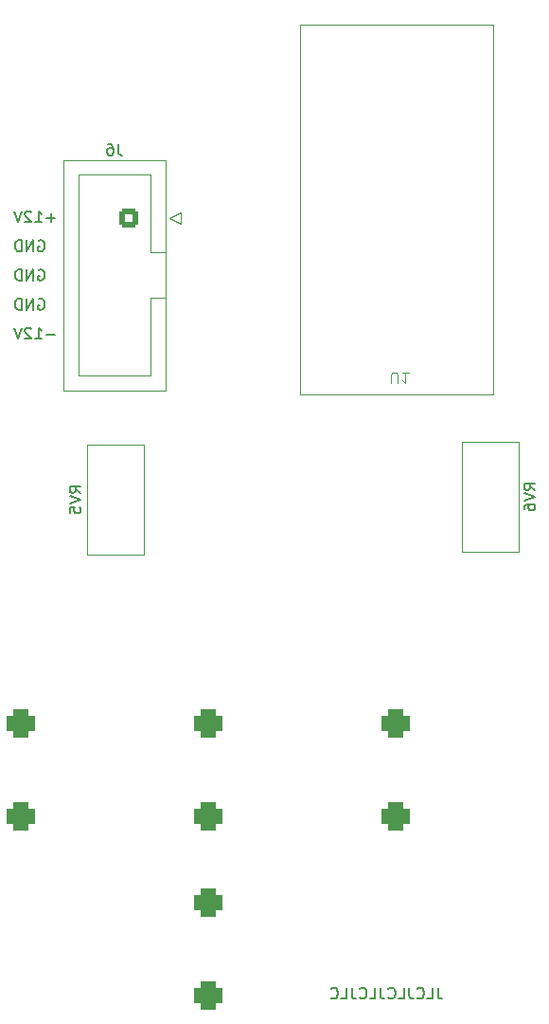
<source format=gbo>
G04 #@! TF.GenerationSoftware,KiCad,Pcbnew,7.0.7*
G04 #@! TF.CreationDate,2025-11-01T14:17:37+08:00*
G04 #@! TF.ProjectId,2164_VCA,32313634-5f56-4434-912e-6b696361645f,rev?*
G04 #@! TF.SameCoordinates,Original*
G04 #@! TF.FileFunction,Legend,Bot*
G04 #@! TF.FilePolarity,Positive*
%FSLAX46Y46*%
G04 Gerber Fmt 4.6, Leading zero omitted, Abs format (unit mm)*
G04 Created by KiCad (PCBNEW 7.0.7) date 2025-11-01 14:17:37*
%MOMM*%
%LPD*%
G01*
G04 APERTURE LIST*
G04 Aperture macros list*
%AMRoundRect*
0 Rectangle with rounded corners*
0 $1 Rounding radius*
0 $2 $3 $4 $5 $6 $7 $8 $9 X,Y pos of 4 corners*
0 Add a 4 corners polygon primitive as box body*
4,1,4,$2,$3,$4,$5,$6,$7,$8,$9,$2,$3,0*
0 Add four circle primitives for the rounded corners*
1,1,$1+$1,$2,$3*
1,1,$1+$1,$4,$5*
1,1,$1+$1,$6,$7*
1,1,$1+$1,$8,$9*
0 Add four rect primitives between the rounded corners*
20,1,$1+$1,$2,$3,$4,$5,0*
20,1,$1+$1,$4,$5,$6,$7,0*
20,1,$1+$1,$6,$7,$8,$9,0*
20,1,$1+$1,$8,$9,$2,$3,0*%
G04 Aperture macros list end*
%ADD10C,0.150000*%
%ADD11C,0.100000*%
%ADD12C,0.120000*%
%ADD13C,3.200000*%
%ADD14R,1.750000X1.750000*%
%ADD15C,1.750000*%
%ADD16C,2.700000*%
%ADD17O,3.100000X2.300000*%
%ADD18RoundRect,0.650000X-0.650000X-0.650000X0.650000X-0.650000X0.650000X0.650000X-0.650000X0.650000X0*%
%ADD19R,1.800000X1.800000*%
%ADD20C,1.800000*%
%ADD21C,1.440000*%
%ADD22R,1.700000X1.700000*%
%ADD23C,1.700000*%
%ADD24RoundRect,0.250000X0.600000X0.600000X-0.600000X0.600000X-0.600000X-0.600000X0.600000X-0.600000X0*%
G04 APERTURE END LIST*
D10*
X76419030Y-85213938D02*
X76514268Y-85166319D01*
X76514268Y-85166319D02*
X76657125Y-85166319D01*
X76657125Y-85166319D02*
X76799982Y-85213938D01*
X76799982Y-85213938D02*
X76895220Y-85309176D01*
X76895220Y-85309176D02*
X76942839Y-85404414D01*
X76942839Y-85404414D02*
X76990458Y-85594890D01*
X76990458Y-85594890D02*
X76990458Y-85737747D01*
X76990458Y-85737747D02*
X76942839Y-85928223D01*
X76942839Y-85928223D02*
X76895220Y-86023461D01*
X76895220Y-86023461D02*
X76799982Y-86118700D01*
X76799982Y-86118700D02*
X76657125Y-86166319D01*
X76657125Y-86166319D02*
X76561887Y-86166319D01*
X76561887Y-86166319D02*
X76419030Y-86118700D01*
X76419030Y-86118700D02*
X76371411Y-86071080D01*
X76371411Y-86071080D02*
X76371411Y-85737747D01*
X76371411Y-85737747D02*
X76561887Y-85737747D01*
X75942839Y-86166319D02*
X75942839Y-85166319D01*
X75942839Y-85166319D02*
X75371411Y-86166319D01*
X75371411Y-86166319D02*
X75371411Y-85166319D01*
X74895220Y-86166319D02*
X74895220Y-85166319D01*
X74895220Y-85166319D02*
X74657125Y-85166319D01*
X74657125Y-85166319D02*
X74514268Y-85213938D01*
X74514268Y-85213938D02*
X74419030Y-85309176D01*
X74419030Y-85309176D02*
X74371411Y-85404414D01*
X74371411Y-85404414D02*
X74323792Y-85594890D01*
X74323792Y-85594890D02*
X74323792Y-85737747D01*
X74323792Y-85737747D02*
X74371411Y-85928223D01*
X74371411Y-85928223D02*
X74419030Y-86023461D01*
X74419030Y-86023461D02*
X74514268Y-86118700D01*
X74514268Y-86118700D02*
X74657125Y-86166319D01*
X74657125Y-86166319D02*
X74895220Y-86166319D01*
X77895220Y-88388866D02*
X77133316Y-88388866D01*
X76133316Y-88769819D02*
X76704744Y-88769819D01*
X76419030Y-88769819D02*
X76419030Y-87769819D01*
X76419030Y-87769819D02*
X76514268Y-87912676D01*
X76514268Y-87912676D02*
X76609506Y-88007914D01*
X76609506Y-88007914D02*
X76704744Y-88055533D01*
X75752363Y-87865057D02*
X75704744Y-87817438D01*
X75704744Y-87817438D02*
X75609506Y-87769819D01*
X75609506Y-87769819D02*
X75371411Y-87769819D01*
X75371411Y-87769819D02*
X75276173Y-87817438D01*
X75276173Y-87817438D02*
X75228554Y-87865057D01*
X75228554Y-87865057D02*
X75180935Y-87960295D01*
X75180935Y-87960295D02*
X75180935Y-88055533D01*
X75180935Y-88055533D02*
X75228554Y-88198390D01*
X75228554Y-88198390D02*
X75799982Y-88769819D01*
X75799982Y-88769819D02*
X75180935Y-88769819D01*
X74895220Y-87769819D02*
X74561887Y-88769819D01*
X74561887Y-88769819D02*
X74228554Y-87769819D01*
X77895220Y-77974866D02*
X77133316Y-77974866D01*
X77514268Y-78355819D02*
X77514268Y-77593914D01*
X76133316Y-78355819D02*
X76704744Y-78355819D01*
X76419030Y-78355819D02*
X76419030Y-77355819D01*
X76419030Y-77355819D02*
X76514268Y-77498676D01*
X76514268Y-77498676D02*
X76609506Y-77593914D01*
X76609506Y-77593914D02*
X76704744Y-77641533D01*
X75752363Y-77451057D02*
X75704744Y-77403438D01*
X75704744Y-77403438D02*
X75609506Y-77355819D01*
X75609506Y-77355819D02*
X75371411Y-77355819D01*
X75371411Y-77355819D02*
X75276173Y-77403438D01*
X75276173Y-77403438D02*
X75228554Y-77451057D01*
X75228554Y-77451057D02*
X75180935Y-77546295D01*
X75180935Y-77546295D02*
X75180935Y-77641533D01*
X75180935Y-77641533D02*
X75228554Y-77784390D01*
X75228554Y-77784390D02*
X75799982Y-78355819D01*
X75799982Y-78355819D02*
X75180935Y-78355819D01*
X74895220Y-77355819D02*
X74561887Y-78355819D01*
X74561887Y-78355819D02*
X74228554Y-77355819D01*
X76419030Y-80006938D02*
X76514268Y-79959319D01*
X76514268Y-79959319D02*
X76657125Y-79959319D01*
X76657125Y-79959319D02*
X76799982Y-80006938D01*
X76799982Y-80006938D02*
X76895220Y-80102176D01*
X76895220Y-80102176D02*
X76942839Y-80197414D01*
X76942839Y-80197414D02*
X76990458Y-80387890D01*
X76990458Y-80387890D02*
X76990458Y-80530747D01*
X76990458Y-80530747D02*
X76942839Y-80721223D01*
X76942839Y-80721223D02*
X76895220Y-80816461D01*
X76895220Y-80816461D02*
X76799982Y-80911700D01*
X76799982Y-80911700D02*
X76657125Y-80959319D01*
X76657125Y-80959319D02*
X76561887Y-80959319D01*
X76561887Y-80959319D02*
X76419030Y-80911700D01*
X76419030Y-80911700D02*
X76371411Y-80864080D01*
X76371411Y-80864080D02*
X76371411Y-80530747D01*
X76371411Y-80530747D02*
X76561887Y-80530747D01*
X75942839Y-80959319D02*
X75942839Y-79959319D01*
X75942839Y-79959319D02*
X75371411Y-80959319D01*
X75371411Y-80959319D02*
X75371411Y-79959319D01*
X74895220Y-80959319D02*
X74895220Y-79959319D01*
X74895220Y-79959319D02*
X74657125Y-79959319D01*
X74657125Y-79959319D02*
X74514268Y-80006938D01*
X74514268Y-80006938D02*
X74419030Y-80102176D01*
X74419030Y-80102176D02*
X74371411Y-80197414D01*
X74371411Y-80197414D02*
X74323792Y-80387890D01*
X74323792Y-80387890D02*
X74323792Y-80530747D01*
X74323792Y-80530747D02*
X74371411Y-80721223D01*
X74371411Y-80721223D02*
X74419030Y-80816461D01*
X74419030Y-80816461D02*
X74514268Y-80911700D01*
X74514268Y-80911700D02*
X74657125Y-80959319D01*
X74657125Y-80959319D02*
X74895220Y-80959319D01*
X112153506Y-146697819D02*
X112153506Y-147412104D01*
X112153506Y-147412104D02*
X112201125Y-147554961D01*
X112201125Y-147554961D02*
X112296363Y-147650200D01*
X112296363Y-147650200D02*
X112439220Y-147697819D01*
X112439220Y-147697819D02*
X112534458Y-147697819D01*
X111201125Y-147697819D02*
X111677315Y-147697819D01*
X111677315Y-147697819D02*
X111677315Y-146697819D01*
X110296363Y-147602580D02*
X110343982Y-147650200D01*
X110343982Y-147650200D02*
X110486839Y-147697819D01*
X110486839Y-147697819D02*
X110582077Y-147697819D01*
X110582077Y-147697819D02*
X110724934Y-147650200D01*
X110724934Y-147650200D02*
X110820172Y-147554961D01*
X110820172Y-147554961D02*
X110867791Y-147459723D01*
X110867791Y-147459723D02*
X110915410Y-147269247D01*
X110915410Y-147269247D02*
X110915410Y-147126390D01*
X110915410Y-147126390D02*
X110867791Y-146935914D01*
X110867791Y-146935914D02*
X110820172Y-146840676D01*
X110820172Y-146840676D02*
X110724934Y-146745438D01*
X110724934Y-146745438D02*
X110582077Y-146697819D01*
X110582077Y-146697819D02*
X110486839Y-146697819D01*
X110486839Y-146697819D02*
X110343982Y-146745438D01*
X110343982Y-146745438D02*
X110296363Y-146793057D01*
X109582077Y-146697819D02*
X109582077Y-147412104D01*
X109582077Y-147412104D02*
X109629696Y-147554961D01*
X109629696Y-147554961D02*
X109724934Y-147650200D01*
X109724934Y-147650200D02*
X109867791Y-147697819D01*
X109867791Y-147697819D02*
X109963029Y-147697819D01*
X108629696Y-147697819D02*
X109105886Y-147697819D01*
X109105886Y-147697819D02*
X109105886Y-146697819D01*
X107724934Y-147602580D02*
X107772553Y-147650200D01*
X107772553Y-147650200D02*
X107915410Y-147697819D01*
X107915410Y-147697819D02*
X108010648Y-147697819D01*
X108010648Y-147697819D02*
X108153505Y-147650200D01*
X108153505Y-147650200D02*
X108248743Y-147554961D01*
X108248743Y-147554961D02*
X108296362Y-147459723D01*
X108296362Y-147459723D02*
X108343981Y-147269247D01*
X108343981Y-147269247D02*
X108343981Y-147126390D01*
X108343981Y-147126390D02*
X108296362Y-146935914D01*
X108296362Y-146935914D02*
X108248743Y-146840676D01*
X108248743Y-146840676D02*
X108153505Y-146745438D01*
X108153505Y-146745438D02*
X108010648Y-146697819D01*
X108010648Y-146697819D02*
X107915410Y-146697819D01*
X107915410Y-146697819D02*
X107772553Y-146745438D01*
X107772553Y-146745438D02*
X107724934Y-146793057D01*
X107010648Y-146697819D02*
X107010648Y-147412104D01*
X107010648Y-147412104D02*
X107058267Y-147554961D01*
X107058267Y-147554961D02*
X107153505Y-147650200D01*
X107153505Y-147650200D02*
X107296362Y-147697819D01*
X107296362Y-147697819D02*
X107391600Y-147697819D01*
X106058267Y-147697819D02*
X106534457Y-147697819D01*
X106534457Y-147697819D02*
X106534457Y-146697819D01*
X105153505Y-147602580D02*
X105201124Y-147650200D01*
X105201124Y-147650200D02*
X105343981Y-147697819D01*
X105343981Y-147697819D02*
X105439219Y-147697819D01*
X105439219Y-147697819D02*
X105582076Y-147650200D01*
X105582076Y-147650200D02*
X105677314Y-147554961D01*
X105677314Y-147554961D02*
X105724933Y-147459723D01*
X105724933Y-147459723D02*
X105772552Y-147269247D01*
X105772552Y-147269247D02*
X105772552Y-147126390D01*
X105772552Y-147126390D02*
X105724933Y-146935914D01*
X105724933Y-146935914D02*
X105677314Y-146840676D01*
X105677314Y-146840676D02*
X105582076Y-146745438D01*
X105582076Y-146745438D02*
X105439219Y-146697819D01*
X105439219Y-146697819D02*
X105343981Y-146697819D01*
X105343981Y-146697819D02*
X105201124Y-146745438D01*
X105201124Y-146745438D02*
X105153505Y-146793057D01*
X104439219Y-146697819D02*
X104439219Y-147412104D01*
X104439219Y-147412104D02*
X104486838Y-147554961D01*
X104486838Y-147554961D02*
X104582076Y-147650200D01*
X104582076Y-147650200D02*
X104724933Y-147697819D01*
X104724933Y-147697819D02*
X104820171Y-147697819D01*
X103486838Y-147697819D02*
X103963028Y-147697819D01*
X103963028Y-147697819D02*
X103963028Y-146697819D01*
X102582076Y-147602580D02*
X102629695Y-147650200D01*
X102629695Y-147650200D02*
X102772552Y-147697819D01*
X102772552Y-147697819D02*
X102867790Y-147697819D01*
X102867790Y-147697819D02*
X103010647Y-147650200D01*
X103010647Y-147650200D02*
X103105885Y-147554961D01*
X103105885Y-147554961D02*
X103153504Y-147459723D01*
X103153504Y-147459723D02*
X103201123Y-147269247D01*
X103201123Y-147269247D02*
X103201123Y-147126390D01*
X103201123Y-147126390D02*
X103153504Y-146935914D01*
X103153504Y-146935914D02*
X103105885Y-146840676D01*
X103105885Y-146840676D02*
X103010647Y-146745438D01*
X103010647Y-146745438D02*
X102867790Y-146697819D01*
X102867790Y-146697819D02*
X102772552Y-146697819D01*
X102772552Y-146697819D02*
X102629695Y-146745438D01*
X102629695Y-146745438D02*
X102582076Y-146793057D01*
X76419030Y-82610438D02*
X76514268Y-82562819D01*
X76514268Y-82562819D02*
X76657125Y-82562819D01*
X76657125Y-82562819D02*
X76799982Y-82610438D01*
X76799982Y-82610438D02*
X76895220Y-82705676D01*
X76895220Y-82705676D02*
X76942839Y-82800914D01*
X76942839Y-82800914D02*
X76990458Y-82991390D01*
X76990458Y-82991390D02*
X76990458Y-83134247D01*
X76990458Y-83134247D02*
X76942839Y-83324723D01*
X76942839Y-83324723D02*
X76895220Y-83419961D01*
X76895220Y-83419961D02*
X76799982Y-83515200D01*
X76799982Y-83515200D02*
X76657125Y-83562819D01*
X76657125Y-83562819D02*
X76561887Y-83562819D01*
X76561887Y-83562819D02*
X76419030Y-83515200D01*
X76419030Y-83515200D02*
X76371411Y-83467580D01*
X76371411Y-83467580D02*
X76371411Y-83134247D01*
X76371411Y-83134247D02*
X76561887Y-83134247D01*
X75942839Y-83562819D02*
X75942839Y-82562819D01*
X75942839Y-82562819D02*
X75371411Y-83562819D01*
X75371411Y-83562819D02*
X75371411Y-82562819D01*
X74895220Y-83562819D02*
X74895220Y-82562819D01*
X74895220Y-82562819D02*
X74657125Y-82562819D01*
X74657125Y-82562819D02*
X74514268Y-82610438D01*
X74514268Y-82610438D02*
X74419030Y-82705676D01*
X74419030Y-82705676D02*
X74371411Y-82800914D01*
X74371411Y-82800914D02*
X74323792Y-82991390D01*
X74323792Y-82991390D02*
X74323792Y-83134247D01*
X74323792Y-83134247D02*
X74371411Y-83324723D01*
X74371411Y-83324723D02*
X74419030Y-83419961D01*
X74419030Y-83419961D02*
X74514268Y-83515200D01*
X74514268Y-83515200D02*
X74657125Y-83562819D01*
X74657125Y-83562819D02*
X74895220Y-83562819D01*
X80210819Y-102538761D02*
X79734628Y-102205428D01*
X80210819Y-101967333D02*
X79210819Y-101967333D01*
X79210819Y-101967333D02*
X79210819Y-102348285D01*
X79210819Y-102348285D02*
X79258438Y-102443523D01*
X79258438Y-102443523D02*
X79306057Y-102491142D01*
X79306057Y-102491142D02*
X79401295Y-102538761D01*
X79401295Y-102538761D02*
X79544152Y-102538761D01*
X79544152Y-102538761D02*
X79639390Y-102491142D01*
X79639390Y-102491142D02*
X79687009Y-102443523D01*
X79687009Y-102443523D02*
X79734628Y-102348285D01*
X79734628Y-102348285D02*
X79734628Y-101967333D01*
X79210819Y-102824476D02*
X80210819Y-103157809D01*
X80210819Y-103157809D02*
X79210819Y-103491142D01*
X79210819Y-104300666D02*
X79210819Y-103824476D01*
X79210819Y-103824476D02*
X79687009Y-103776857D01*
X79687009Y-103776857D02*
X79639390Y-103824476D01*
X79639390Y-103824476D02*
X79591771Y-103919714D01*
X79591771Y-103919714D02*
X79591771Y-104157809D01*
X79591771Y-104157809D02*
X79639390Y-104253047D01*
X79639390Y-104253047D02*
X79687009Y-104300666D01*
X79687009Y-104300666D02*
X79782247Y-104348285D01*
X79782247Y-104348285D02*
X80020342Y-104348285D01*
X80020342Y-104348285D02*
X80115580Y-104300666D01*
X80115580Y-104300666D02*
X80163200Y-104253047D01*
X80163200Y-104253047D02*
X80210819Y-104157809D01*
X80210819Y-104157809D02*
X80210819Y-103919714D01*
X80210819Y-103919714D02*
X80163200Y-103824476D01*
X80163200Y-103824476D02*
X80115580Y-103776857D01*
D11*
X107950095Y-92744580D02*
X107950095Y-91935057D01*
X107950095Y-91935057D02*
X107997714Y-91839819D01*
X107997714Y-91839819D02*
X108045333Y-91792200D01*
X108045333Y-91792200D02*
X108140571Y-91744580D01*
X108140571Y-91744580D02*
X108331047Y-91744580D01*
X108331047Y-91744580D02*
X108426285Y-91792200D01*
X108426285Y-91792200D02*
X108473904Y-91839819D01*
X108473904Y-91839819D02*
X108521523Y-91935057D01*
X108521523Y-91935057D02*
X108521523Y-92744580D01*
X109521523Y-91744580D02*
X108950095Y-91744580D01*
X109235809Y-91744580D02*
X109235809Y-92744580D01*
X109235809Y-92744580D02*
X109140571Y-92601723D01*
X109140571Y-92601723D02*
X109045333Y-92506485D01*
X109045333Y-92506485D02*
X108950095Y-92458866D01*
D10*
X83553333Y-71354819D02*
X83553333Y-72069104D01*
X83553333Y-72069104D02*
X83600952Y-72211961D01*
X83600952Y-72211961D02*
X83696190Y-72307200D01*
X83696190Y-72307200D02*
X83839047Y-72354819D01*
X83839047Y-72354819D02*
X83934285Y-72354819D01*
X82648571Y-71354819D02*
X82839047Y-71354819D01*
X82839047Y-71354819D02*
X82934285Y-71402438D01*
X82934285Y-71402438D02*
X82981904Y-71450057D01*
X82981904Y-71450057D02*
X83077142Y-71592914D01*
X83077142Y-71592914D02*
X83124761Y-71783390D01*
X83124761Y-71783390D02*
X83124761Y-72164342D01*
X83124761Y-72164342D02*
X83077142Y-72259580D01*
X83077142Y-72259580D02*
X83029523Y-72307200D01*
X83029523Y-72307200D02*
X82934285Y-72354819D01*
X82934285Y-72354819D02*
X82743809Y-72354819D01*
X82743809Y-72354819D02*
X82648571Y-72307200D01*
X82648571Y-72307200D02*
X82600952Y-72259580D01*
X82600952Y-72259580D02*
X82553333Y-72164342D01*
X82553333Y-72164342D02*
X82553333Y-71926247D01*
X82553333Y-71926247D02*
X82600952Y-71831009D01*
X82600952Y-71831009D02*
X82648571Y-71783390D01*
X82648571Y-71783390D02*
X82743809Y-71735771D01*
X82743809Y-71735771D02*
X82934285Y-71735771D01*
X82934285Y-71735771D02*
X83029523Y-71783390D01*
X83029523Y-71783390D02*
X83077142Y-71831009D01*
X83077142Y-71831009D02*
X83124761Y-71926247D01*
X120855819Y-102274761D02*
X120379628Y-101941428D01*
X120855819Y-101703333D02*
X119855819Y-101703333D01*
X119855819Y-101703333D02*
X119855819Y-102084285D01*
X119855819Y-102084285D02*
X119903438Y-102179523D01*
X119903438Y-102179523D02*
X119951057Y-102227142D01*
X119951057Y-102227142D02*
X120046295Y-102274761D01*
X120046295Y-102274761D02*
X120189152Y-102274761D01*
X120189152Y-102274761D02*
X120284390Y-102227142D01*
X120284390Y-102227142D02*
X120332009Y-102179523D01*
X120332009Y-102179523D02*
X120379628Y-102084285D01*
X120379628Y-102084285D02*
X120379628Y-101703333D01*
X119855819Y-102560476D02*
X120855819Y-102893809D01*
X120855819Y-102893809D02*
X119855819Y-103227142D01*
X119855819Y-103989047D02*
X119855819Y-103798571D01*
X119855819Y-103798571D02*
X119903438Y-103703333D01*
X119903438Y-103703333D02*
X119951057Y-103655714D01*
X119951057Y-103655714D02*
X120093914Y-103560476D01*
X120093914Y-103560476D02*
X120284390Y-103512857D01*
X120284390Y-103512857D02*
X120665342Y-103512857D01*
X120665342Y-103512857D02*
X120760580Y-103560476D01*
X120760580Y-103560476D02*
X120808200Y-103608095D01*
X120808200Y-103608095D02*
X120855819Y-103703333D01*
X120855819Y-103703333D02*
X120855819Y-103893809D01*
X120855819Y-103893809D02*
X120808200Y-103989047D01*
X120808200Y-103989047D02*
X120760580Y-104036666D01*
X120760580Y-104036666D02*
X120665342Y-104084285D01*
X120665342Y-104084285D02*
X120427247Y-104084285D01*
X120427247Y-104084285D02*
X120332009Y-104036666D01*
X120332009Y-104036666D02*
X120284390Y-103989047D01*
X120284390Y-103989047D02*
X120236771Y-103893809D01*
X120236771Y-103893809D02*
X120236771Y-103703333D01*
X120236771Y-103703333D02*
X120284390Y-103608095D01*
X120284390Y-103608095D02*
X120332009Y-103560476D01*
X120332009Y-103560476D02*
X120427247Y-103512857D01*
D12*
X80772000Y-108009000D02*
X80772000Y-98239000D01*
X85842000Y-108009000D02*
X80772000Y-108009000D01*
X85842000Y-108009000D02*
X85842000Y-98239000D01*
X85842000Y-98239000D02*
X80772000Y-98239000D01*
D11*
X99822000Y-93726000D02*
X117094000Y-93726000D01*
X117094000Y-93726000D02*
X117094000Y-60706000D01*
X117094000Y-60706000D02*
X99822000Y-60706000D01*
X99822000Y-60706000D02*
X99822000Y-93726000D01*
D12*
X89170000Y-78500000D02*
X88170000Y-78000000D01*
X89170000Y-77500000D02*
X89170000Y-78500000D01*
X88170000Y-78000000D02*
X89170000Y-77500000D01*
X87780000Y-93370000D02*
X87780000Y-72790000D01*
X87780000Y-81030000D02*
X86470000Y-81030000D01*
X87780000Y-72790000D02*
X78660000Y-72790000D01*
X86470000Y-92070000D02*
X86470000Y-85130000D01*
X86470000Y-85130000D02*
X87780000Y-85130000D01*
X86470000Y-85130000D02*
X86470000Y-85130000D01*
X86470000Y-81030000D02*
X86470000Y-74090000D01*
X86470000Y-74090000D02*
X79970000Y-74090000D01*
X79970000Y-92070000D02*
X86470000Y-92070000D01*
X79970000Y-74090000D02*
X79970000Y-92070000D01*
X78660000Y-93370000D02*
X87780000Y-93370000D01*
X78660000Y-72790000D02*
X78660000Y-93370000D01*
X119380000Y-97985000D02*
X119380000Y-107755000D01*
X114310000Y-97985000D02*
X119380000Y-97985000D01*
X114310000Y-97985000D02*
X114310000Y-107755000D01*
X114310000Y-107755000D02*
X119380000Y-107755000D01*
%LPC*%
D13*
X116780000Y-49500000D03*
D14*
X126920000Y-59500000D03*
D15*
X123420000Y-59500000D03*
X126920000Y-118000000D03*
D16*
X120970000Y-63650000D03*
X129370000Y-64850000D03*
X129370000Y-112650000D03*
X120970000Y-113850000D03*
D17*
X125170000Y-134480000D03*
D18*
X125170000Y-123080000D03*
X125170000Y-131380000D03*
D14*
X76580000Y-59500000D03*
D15*
X73080000Y-59500000D03*
X76580000Y-118000000D03*
D16*
X70630000Y-63650000D03*
X79030000Y-64850000D03*
X79030000Y-112650000D03*
X70630000Y-113850000D03*
D19*
X81950000Y-120000000D03*
D20*
X84490000Y-120000000D03*
D13*
X83220000Y-49500000D03*
D19*
X118010000Y-120000000D03*
D20*
X115470000Y-120000000D03*
D17*
X91610000Y-150480000D03*
D18*
X91610000Y-139080000D03*
X91610000Y-147380000D03*
D17*
X125170000Y-150480000D03*
D18*
X125170000Y-139080000D03*
X125170000Y-147380000D03*
D14*
X93360000Y-59500000D03*
D15*
X89860000Y-59500000D03*
X93360000Y-118000000D03*
D16*
X87410000Y-63650000D03*
X95810000Y-64850000D03*
X95810000Y-112650000D03*
X87410000Y-113850000D03*
D14*
X110140000Y-59500000D03*
D15*
X106640000Y-59500000D03*
X110140000Y-118000000D03*
D16*
X104190000Y-63650000D03*
X112590000Y-64850000D03*
X112590000Y-112650000D03*
X104190000Y-113850000D03*
D17*
X108390000Y-134480000D03*
D18*
X108390000Y-123080000D03*
X108390000Y-131380000D03*
D17*
X74830000Y-134480000D03*
D18*
X74830000Y-123080000D03*
X74830000Y-131380000D03*
D17*
X91610000Y-134480000D03*
D18*
X91610000Y-123080000D03*
X91610000Y-131380000D03*
D21*
X84582000Y-100584000D03*
X82042000Y-103124000D03*
X84582000Y-105664000D03*
D22*
X100838000Y-92710000D03*
D23*
X100838000Y-90170000D03*
X100838000Y-87630000D03*
X100838000Y-85090000D03*
X100838000Y-82550000D03*
X100838000Y-80010000D03*
X100838000Y-77470000D03*
X100838000Y-74930000D03*
X116078000Y-74930000D03*
X116078000Y-77470000D03*
X116078000Y-80010000D03*
X116078000Y-82550000D03*
X116078000Y-85090000D03*
X116078000Y-87630000D03*
X116078000Y-90170000D03*
X116078000Y-92710000D03*
D24*
X84490000Y-78000000D03*
D23*
X81950000Y-78000000D03*
X84490000Y-80540000D03*
X81950000Y-80540000D03*
X84490000Y-83080000D03*
X81950000Y-83080000D03*
X84490000Y-85620000D03*
X81950000Y-85620000D03*
X84490000Y-88160000D03*
X81950000Y-88160000D03*
D21*
X115570000Y-105410000D03*
X118110000Y-102870000D03*
X115570000Y-100330000D03*
%LPD*%
M02*

</source>
